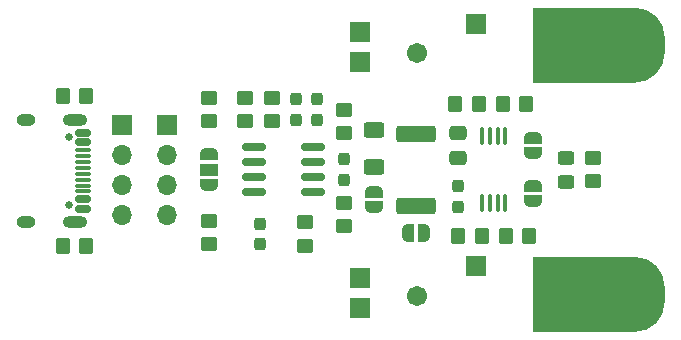
<source format=gts>
%TF.GenerationSoftware,KiCad,Pcbnew,8.0.6*%
%TF.CreationDate,2025-01-03T23:58:44+00:00*%
%TF.ProjectId,Mini_Ammete,4d696e69-5f41-46d6-9d65-74652e6b6963,rev?*%
%TF.SameCoordinates,Original*%
%TF.FileFunction,Soldermask,Top*%
%TF.FilePolarity,Negative*%
%FSLAX46Y46*%
G04 Gerber Fmt 4.6, Leading zero omitted, Abs format (unit mm)*
G04 Created by KiCad (PCBNEW 8.0.6) date 2025-01-03 23:58:44*
%MOMM*%
%LPD*%
G01*
G04 APERTURE LIST*
G04 Aperture macros list*
%AMRoundRect*
0 Rectangle with rounded corners*
0 $1 Rounding radius*
0 $2 $3 $4 $5 $6 $7 $8 $9 X,Y pos of 4 corners*
0 Add a 4 corners polygon primitive as box body*
4,1,4,$2,$3,$4,$5,$6,$7,$8,$9,$2,$3,0*
0 Add four circle primitives for the rounded corners*
1,1,$1+$1,$2,$3*
1,1,$1+$1,$4,$5*
1,1,$1+$1,$6,$7*
1,1,$1+$1,$8,$9*
0 Add four rect primitives between the rounded corners*
20,1,$1+$1,$2,$3,$4,$5,0*
20,1,$1+$1,$4,$5,$6,$7,0*
20,1,$1+$1,$6,$7,$8,$9,0*
20,1,$1+$1,$8,$9,$2,$3,0*%
%AMFreePoly0*
4,1,19,0.550000,-0.750000,0.000000,-0.750000,0.000000,-0.744911,-0.071157,-0.744911,-0.207708,-0.704816,-0.327430,-0.627875,-0.420627,-0.520320,-0.479746,-0.390866,-0.500000,-0.250000,-0.500000,0.250000,-0.479746,0.390866,-0.420627,0.520320,-0.327430,0.627875,-0.207708,0.704816,-0.071157,0.744911,0.000000,0.744911,0.000000,0.750000,0.550000,0.750000,0.550000,-0.750000,0.550000,-0.750000,
$1*%
%AMFreePoly1*
4,1,19,0.000000,0.744911,0.071157,0.744911,0.207708,0.704816,0.327430,0.627875,0.420627,0.520320,0.479746,0.390866,0.500000,0.250000,0.500000,-0.250000,0.479746,-0.390866,0.420627,-0.520320,0.327430,-0.627875,0.207708,-0.704816,0.071157,-0.744911,0.000000,-0.744911,0.000000,-0.750000,-0.550000,-0.750000,-0.550000,0.750000,0.000000,0.750000,0.000000,0.744911,0.000000,0.744911,
$1*%
%AMFreePoly2*
4,1,19,0.000000,0.744911,0.071157,0.744911,0.207708,0.704816,0.327430,0.627875,0.420627,0.520320,0.479746,0.390866,0.500000,0.250000,0.500000,-0.250000,0.479746,-0.390866,0.420627,-0.520320,0.327430,-0.627875,0.207708,-0.704816,0.071157,-0.744911,0.000000,-0.744911,0.000000,-0.750000,-0.500000,-0.750000,-0.500000,0.750000,0.000000,0.750000,0.000000,0.744911,0.000000,0.744911,
$1*%
%AMFreePoly3*
4,1,19,0.500000,-0.750000,0.000000,-0.750000,0.000000,-0.744911,-0.071157,-0.744911,-0.207708,-0.704816,-0.327430,-0.627875,-0.420627,-0.520320,-0.479746,-0.390866,-0.500000,-0.250000,-0.500000,0.250000,-0.479746,0.390866,-0.420627,0.520320,-0.327430,0.627875,-0.207708,0.704816,-0.071157,0.744911,0.000000,0.744911,0.000000,0.750000,0.500000,0.750000,0.500000,-0.750000,0.500000,-0.750000,
$1*%
G04 Aperture macros list end*
%ADD10C,0.000000*%
%ADD11R,1.700000X1.700000*%
%ADD12C,1.712000*%
%ADD13RoundRect,0.102000X0.754000X-0.754000X0.754000X0.754000X-0.754000X0.754000X-0.754000X-0.754000X0*%
%ADD14RoundRect,0.250000X0.450000X-0.350000X0.450000X0.350000X-0.450000X0.350000X-0.450000X-0.350000X0*%
%ADD15RoundRect,0.250000X-0.450000X0.350000X-0.450000X-0.350000X0.450000X-0.350000X0.450000X0.350000X0*%
%ADD16FreePoly0,270.000000*%
%ADD17R,1.500000X1.000000*%
%ADD18FreePoly1,270.000000*%
%ADD19RoundRect,0.237500X-0.237500X0.300000X-0.237500X-0.300000X0.237500X-0.300000X0.237500X0.300000X0*%
%ADD20RoundRect,0.250000X0.350000X0.450000X-0.350000X0.450000X-0.350000X-0.450000X0.350000X-0.450000X0*%
%ADD21FreePoly2,270.000000*%
%ADD22FreePoly3,270.000000*%
%ADD23C,0.650000*%
%ADD24RoundRect,0.150000X-0.500000X0.150000X-0.500000X-0.150000X0.500000X-0.150000X0.500000X0.150000X0*%
%ADD25RoundRect,0.075000X-0.575000X0.075000X-0.575000X-0.075000X0.575000X-0.075000X0.575000X0.075000X0*%
%ADD26O,2.100000X1.000000*%
%ADD27O,1.600000X1.000000*%
%ADD28RoundRect,0.237500X0.237500X-0.300000X0.237500X0.300000X-0.237500X0.300000X-0.237500X-0.300000X0*%
%ADD29RoundRect,0.250000X-0.350000X-0.450000X0.350000X-0.450000X0.350000X0.450000X-0.350000X0.450000X0*%
%ADD30FreePoly2,180.000000*%
%ADD31FreePoly3,180.000000*%
%ADD32O,1.700000X1.700000*%
%ADD33RoundRect,0.250000X0.475000X-0.337500X0.475000X0.337500X-0.475000X0.337500X-0.475000X-0.337500X0*%
%ADD34RoundRect,0.100000X-0.100000X0.637500X-0.100000X-0.637500X0.100000X-0.637500X0.100000X0.637500X0*%
%ADD35RoundRect,0.249999X1.425001X-0.450001X1.425001X0.450001X-1.425001X0.450001X-1.425001X-0.450001X0*%
%ADD36RoundRect,0.250000X-0.450000X0.325000X-0.450000X-0.325000X0.450000X-0.325000X0.450000X0.325000X0*%
%ADD37RoundRect,0.250000X0.625000X-0.400000X0.625000X0.400000X-0.625000X0.400000X-0.625000X-0.400000X0*%
%ADD38RoundRect,0.150000X0.825000X0.150000X-0.825000X0.150000X-0.825000X-0.150000X0.825000X-0.150000X0*%
%ADD39FreePoly3,90.000000*%
%ADD40FreePoly2,90.000000*%
G04 APERTURE END LIST*
D10*
G36*
X152948000Y-83588207D02*
G01*
X152948000Y-83588207D01*
G75*
G02*
X155448000Y-86088207I0J-2499993D01*
G01*
X155448000Y-87438207D01*
G75*
G02*
X152948000Y-89938207I-2500000J7D01*
G01*
X144272000Y-89938207D01*
X144272000Y-83588207D01*
X152948000Y-83588207D01*
G37*
G36*
X152948000Y-62484000D02*
G01*
X152948000Y-62484000D01*
G75*
G02*
X155448000Y-64984000I0J-2500000D01*
G01*
X155448000Y-66334000D01*
G75*
G02*
X152948000Y-68834000I-2500000J0D01*
G01*
X144272000Y-68834000D01*
X144272000Y-62484000D01*
X152948000Y-62484000D01*
G37*
D11*
%TO.C,J9*%
X129650000Y-87884000D03*
%TD*%
%TO.C,J8*%
X129650000Y-64516000D03*
%TD*%
D12*
%TO.C,J7*%
X134476000Y-86868000D03*
D13*
X139476000Y-84368000D03*
%TD*%
D14*
%TO.C,R16*%
X116840000Y-70120000D03*
X116840000Y-72120000D03*
%TD*%
D15*
%TO.C,R13*%
X119888000Y-72120000D03*
X119888000Y-70120000D03*
%TD*%
D16*
%TO.C,JP5*%
X116840000Y-74900000D03*
D17*
X116840000Y-76200000D03*
D18*
X116840000Y-77500000D03*
%TD*%
D19*
%TO.C,C6*%
X124206000Y-70257500D03*
X124206000Y-71982500D03*
%TD*%
D20*
%TO.C,R6*%
X104467000Y-82646000D03*
X106467000Y-82646000D03*
%TD*%
%TO.C,R14*%
X144002000Y-81788000D03*
X142002000Y-81788000D03*
%TD*%
D21*
%TO.C,JP3*%
X130810000Y-79390000D03*
D22*
X130810000Y-78090000D03*
%TD*%
D23*
%TO.C,J1*%
X105026000Y-73406000D03*
X105026000Y-79186000D03*
D24*
X106166000Y-73096000D03*
X106166000Y-73896000D03*
D25*
X106166000Y-75046000D03*
X106166000Y-76046000D03*
X106166000Y-76546000D03*
X106166000Y-77546000D03*
D24*
X106166000Y-78696000D03*
X106166000Y-79496000D03*
X106166000Y-79496000D03*
X106166000Y-78696000D03*
D25*
X106166000Y-78046000D03*
X106166000Y-77046000D03*
X106166000Y-75546000D03*
X106166000Y-74546000D03*
D24*
X106166000Y-73896000D03*
X106166000Y-73096000D03*
D26*
X105526000Y-71976000D03*
D27*
X101346000Y-71976000D03*
D26*
X105526000Y-80616000D03*
D27*
X101346000Y-80616000D03*
%TD*%
D20*
%TO.C,R11*%
X139954000Y-81788000D03*
X137954000Y-81788000D03*
%TD*%
D11*
%TO.C,J5*%
X129650000Y-67056000D03*
%TD*%
D28*
%TO.C,C4*%
X121158000Y-80772000D03*
X121158000Y-82497000D03*
%TD*%
D15*
%TO.C,R2*%
X124968000Y-82634500D03*
X124968000Y-80634500D03*
%TD*%
D29*
%TO.C,R8*%
X137700000Y-70612000D03*
X139700000Y-70612000D03*
%TD*%
D30*
%TO.C,JP2*%
X133739871Y-81534000D03*
D31*
X135039871Y-81534000D03*
%TD*%
D14*
%TO.C,R3*%
X128270000Y-81010000D03*
X128270000Y-79010000D03*
%TD*%
D11*
%TO.C,J2*%
X113309000Y-72400000D03*
D32*
X113309000Y-74940000D03*
X113309000Y-77480000D03*
X113309000Y-80020000D03*
%TD*%
D11*
%TO.C,J4*%
X129650000Y-85344000D03*
%TD*%
D28*
%TO.C,C5*%
X128270000Y-77062500D03*
X128270000Y-75337500D03*
%TD*%
D33*
%TO.C,C1*%
X137922000Y-73130500D03*
X137922000Y-75205500D03*
%TD*%
D20*
%TO.C,R7*%
X104467000Y-69946000D03*
X106467000Y-69946000D03*
%TD*%
D11*
%TO.C,J3*%
X109499000Y-72380000D03*
D32*
X109499000Y-74920000D03*
X109499000Y-77460000D03*
X109499000Y-80000000D03*
%TD*%
D21*
%TO.C,JP4*%
X144272000Y-78882000D03*
D22*
X144272000Y-77582000D03*
%TD*%
D34*
%TO.C,U1*%
X141945000Y-79062500D03*
X141295000Y-79062500D03*
X140645000Y-79062500D03*
X139995000Y-79062500D03*
X139995000Y-73337500D03*
X140645000Y-73337500D03*
X141295000Y-73337500D03*
X141945000Y-73337500D03*
%TD*%
D15*
%TO.C,R4*%
X128270000Y-71136000D03*
X128270000Y-73136000D03*
%TD*%
D35*
%TO.C,R1*%
X134366000Y-79250000D03*
X134366000Y-73150000D03*
%TD*%
D28*
%TO.C,C3*%
X125984000Y-70257500D03*
X125984000Y-71982500D03*
%TD*%
D36*
%TO.C,D1*%
X147066000Y-77225000D03*
X147066000Y-75175000D03*
%TD*%
D14*
%TO.C,R12*%
X149352000Y-75200000D03*
X149352000Y-77200000D03*
%TD*%
D20*
%TO.C,R9*%
X143748000Y-70612000D03*
X141748000Y-70612000D03*
%TD*%
D19*
%TO.C,C2*%
X137922000Y-77623500D03*
X137922000Y-79348500D03*
%TD*%
D15*
%TO.C,R5*%
X116840000Y-80534000D03*
X116840000Y-82534000D03*
%TD*%
D14*
%TO.C,R15*%
X122174000Y-72120000D03*
X122174000Y-70120000D03*
%TD*%
D37*
%TO.C,R10*%
X130810000Y-72872000D03*
X130810000Y-75972000D03*
%TD*%
D38*
%TO.C,U3*%
X120715000Y-78105000D03*
X120715000Y-76835000D03*
X120715000Y-75565000D03*
X120715000Y-74295000D03*
X125665000Y-74295000D03*
X125665000Y-75565000D03*
X125665000Y-76835000D03*
X125665000Y-78105000D03*
%TD*%
D39*
%TO.C,JP1*%
X144272000Y-74818000D03*
D40*
X144272000Y-73518000D03*
%TD*%
D12*
%TO.C,J6*%
X134476000Y-66368000D03*
D13*
X139476000Y-63868000D03*
%TD*%
M02*

</source>
